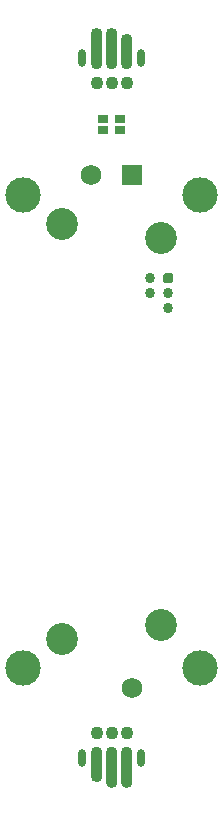
<source format=gbr>
%TF.GenerationSoftware,KiCad,Pcbnew,(5.1.10)-1*%
%TF.CreationDate,2021-07-16T11:56:50-07:00*%
%TF.ProjectId,slider,736c6964-6572-42e6-9b69-6361645f7063,rev?*%
%TF.SameCoordinates,Original*%
%TF.FileFunction,Soldermask,Top*%
%TF.FilePolarity,Negative*%
%FSLAX46Y46*%
G04 Gerber Fmt 4.6, Leading zero omitted, Abs format (unit mm)*
G04 Created by KiCad (PCBNEW (5.1.10)-1) date 2021-07-16 11:56:50*
%MOMM*%
%LPD*%
G01*
G04 APERTURE LIST*
%ADD10C,3.000000*%
%ADD11C,0.600000*%
%ADD12O,0.700000X1.500000*%
%ADD13C,1.100000*%
%ADD14C,2.700000*%
%ADD15C,1.750000*%
%ADD16R,1.750000X1.750000*%
%ADD17C,0.863600*%
%ADD18R,0.850000X0.650000*%
G04 APERTURE END LIST*
D10*
%TO.C,MH4*%
X92500000Y-120000000D03*
%TD*%
%TO.C,MH3*%
X92500000Y-80000000D03*
%TD*%
%TO.C,MH2*%
X107500000Y-80000000D03*
%TD*%
%TO.C,MH1*%
X107500000Y-120000000D03*
%TD*%
D11*
%TO.C,J3*%
X100000000Y-67575000D03*
D12*
X97480000Y-68350000D03*
D13*
X98730000Y-70450000D03*
X100000000Y-70450000D03*
X101270000Y-70450000D03*
D12*
X102520000Y-68350000D03*
G36*
G01*
X101720000Y-66700100D02*
X101720000Y-68949900D01*
G75*
G02*
X101369900Y-69300000I-350100J0D01*
G01*
X101170100Y-69300000D01*
G75*
G02*
X100820000Y-68949900I0J350100D01*
G01*
X100820000Y-66700100D01*
G75*
G02*
X101170100Y-66350000I350100J0D01*
G01*
X101369900Y-66350000D01*
G75*
G02*
X101720000Y-66700100I0J-350100D01*
G01*
G37*
G36*
G01*
X100450000Y-66200100D02*
X100450000Y-68949900D01*
G75*
G02*
X100099900Y-69300000I-350100J0D01*
G01*
X99900100Y-69300000D01*
G75*
G02*
X99550000Y-68949900I0J350100D01*
G01*
X99550000Y-66200100D01*
G75*
G02*
X99900100Y-65850000I350100J0D01*
G01*
X100099900Y-65850000D01*
G75*
G02*
X100450000Y-66200100I0J-350100D01*
G01*
G37*
G36*
G01*
X99180000Y-66200100D02*
X99180000Y-68949900D01*
G75*
G02*
X98829900Y-69300000I-350100J0D01*
G01*
X98630100Y-69300000D01*
G75*
G02*
X98280000Y-68949900I0J350100D01*
G01*
X98280000Y-66200100D01*
G75*
G02*
X98630100Y-65850000I350100J0D01*
G01*
X98829900Y-65850000D01*
G75*
G02*
X99180000Y-66200100I0J-350100D01*
G01*
G37*
%TD*%
D11*
%TO.C,J1*%
X100000000Y-128425000D03*
D12*
X102520000Y-127650000D03*
D13*
X101270000Y-125550000D03*
X100000000Y-125550000D03*
X98730000Y-125550000D03*
D12*
X97480000Y-127650000D03*
G36*
G01*
X98280000Y-129299900D02*
X98280000Y-127050100D01*
G75*
G02*
X98630100Y-126700000I350100J0D01*
G01*
X98829900Y-126700000D01*
G75*
G02*
X99180000Y-127050100I0J-350100D01*
G01*
X99180000Y-129299900D01*
G75*
G02*
X98829900Y-129650000I-350100J0D01*
G01*
X98630100Y-129650000D01*
G75*
G02*
X98280000Y-129299900I0J350100D01*
G01*
G37*
G36*
G01*
X99550000Y-129799900D02*
X99550000Y-127050100D01*
G75*
G02*
X99900100Y-126700000I350100J0D01*
G01*
X100099900Y-126700000D01*
G75*
G02*
X100450000Y-127050100I0J-350100D01*
G01*
X100450000Y-129799900D01*
G75*
G02*
X100099900Y-130150000I-350100J0D01*
G01*
X99900100Y-130150000D01*
G75*
G02*
X99550000Y-129799900I0J350100D01*
G01*
G37*
G36*
G01*
X100820000Y-129799900D02*
X100820000Y-127050100D01*
G75*
G02*
X101170100Y-126700000I350100J0D01*
G01*
X101369900Y-126700000D01*
G75*
G02*
X101720000Y-127050100I0J-350100D01*
G01*
X101720000Y-129799900D01*
G75*
G02*
X101369900Y-130150000I-350100J0D01*
G01*
X101170100Y-130150000D01*
G75*
G02*
X100820000Y-129799900I0J350100D01*
G01*
G37*
%TD*%
D14*
%TO.C,RV1*%
X95800000Y-117600000D03*
X95800000Y-82400000D03*
X104200000Y-116400000D03*
X104200000Y-83600000D03*
D15*
X101750000Y-121750000D03*
X98250000Y-78250000D03*
D16*
X101750000Y-78250000D03*
%TD*%
D17*
%TO.C,J2*%
X104787400Y-89540000D03*
X103212600Y-88270000D03*
X104787400Y-88270000D03*
X103212600Y-87000000D03*
G36*
G01*
X105046480Y-87431800D02*
X104528320Y-87431800D01*
G75*
G02*
X104355600Y-87259080I0J172720D01*
G01*
X104355600Y-86740920D01*
G75*
G02*
X104528320Y-86568200I172720J0D01*
G01*
X105046480Y-86568200D01*
G75*
G02*
X105219200Y-86740920I0J-172720D01*
G01*
X105219200Y-87259080D01*
G75*
G02*
X105046480Y-87431800I-172720J0D01*
G01*
G37*
%TD*%
D18*
%TO.C,D4*%
X99275000Y-73575000D03*
X99275000Y-74425000D03*
X100725000Y-74425000D03*
X100725000Y-73575000D03*
%TD*%
M02*

</source>
